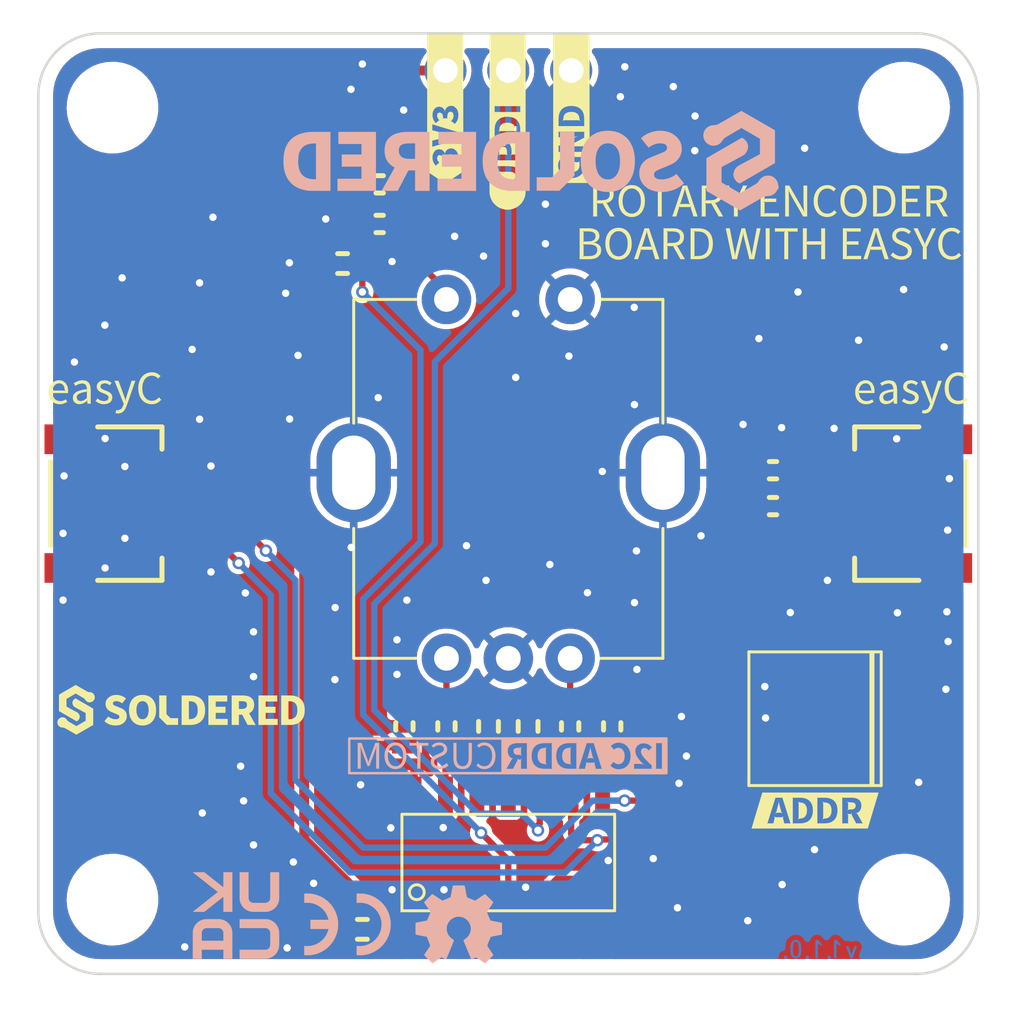
<source format=kicad_pcb>
(kicad_pcb (version 20211014) (generator pcbnew)
  (layers (0 "F.Cu" signal) (31 "B.Cu" signal) (34 "B.Paste" user) (35 "F.Paste" user) (36 "B.SilkS" user "B.Silkscreen") (37 "F.SilkS" user "F.Silkscreen") (38 "B.Mask" user) (39 "F.Mask" user) (44 "Edge.Cuts" user))
  (net 0 "")
  (net 1 "GND")
  (net 2 "A_RC")
  (net 3 "B_RC")
  (net 4 "SW_RC")
  (net 5 "3V3")
  (net 6 "SCL")
  (net 7 "SDA")
  (net 8 "UPDI")
  (net 9 "ADD1")
  (net 10 "ADD2")
  (net 11 "ADD3")
  (net 12 "Net-(R5-Pad1)")
  (net 16 "Net-(R2-Pad1)")
  (net 17 "Net-(R1-Pad1)")
  (footprint "e-radionica.com footprinti:SOIC-14" (layer "F.Cu") (at 167 114.5 90)
    (fp_text reference "U2")
    (fp_text value "ATTINY404-SSNR")
    (pad "1" smd rect (at -2.7 -3.81 90) (size 1.55 0.6) (layers "F.Cu" "F.Paste" "F.Mask") (net 5 "3V3"))
    (pad "2" smd rect (at -2.7 -2.54 90) (size 1.55 0.6) (layers "F.Cu" "F.Paste" "F.Mask"))
    (pad "3" smd rect (at -2.7 -1.27 90) (size 1.55 0.6) (layers "F.Cu" "F.Paste" "F.Mask"))
    (pad "4" smd rect (at -2.7 0 90) (size 1.55 0.6) (layers "F.Cu" "F.Paste" "F.Mask") (net 4 "SW_RC"))
    (pad "5" smd rect (at -2.7 1.27 90) (size 1.55 0.6) (layers "F.Cu" "F.Paste" "F.Mask") (net 11 "ADD3"))
    (pad "6" smd rect (at -2.7 2.54 90) (size 1.55 0.6) (layers "F.Cu" "F.Paste" "F.Mask") (net 10 "ADD2"))
    (pad "7" smd rect (at -2.7 3.81 90) (size 1.55 0.6) (layers "F.Cu" "F.Paste" "F.Mask") (net 9 "ADD1"))
    (pad "8" smd rect (at 2.7 3.81 90) (size 1.55 0.6) (layers "F.Cu" "F.Paste" "F.Mask") (net 7 "SDA"))
    (pad "9" smd rect (at 2.7 2.54 90) (size 1.55 0.6) (layers "F.Cu" "F.Paste" "F.Mask") (net 6 "SCL"))
    (pad "10" smd rect (at 2.7 1.27 90) (size 1.55 0.6) (layers "F.Cu" "F.Paste" "F.Mask") (net 8 "UPDI"))
    (pad "11" smd rect (at 2.7 0 90) (size 1.55 0.6) (layers "F.Cu" "F.Paste" "F.Mask"))
    (pad "12" smd rect (at 2.7 -1.27 90) (size 1.55 0.6) (layers "F.Cu" "F.Paste" "F.Mask") (net 3 "B_RC"))
    (pad "13" smd rect (at 2.7 -2.54 90) (size 1.55 0.6) (layers "F.Cu" "F.Paste" "F.Mask") (net 2 "A_RC"))
    (pad "14" smd rect (at 2.7 -3.81 90) (size 1.55 0.6) (layers "F.Cu" "F.Paste" "F.Mask") (net 1 "GND"))
  )
  (footprint "Soldered Graphics:Logo-Front-SolderedFULL-10mm" (layer "F.Cu") (at 153.77 108.33)
    (fp_text reference "G***" hide)
    (fp_text value "LOGO" hide)
  )
  (footprint "e-radionica.com footprinti:0603C" (layer "F.Cu") (at 161.1 117.2 180)
    (fp_text reference "C4")
    (fp_text value "100n")
    (pad "1" smd rect locked (at -0.73 0 180) (size 0.66 1) (layers "F.Cu" "F.Paste" "F.Mask") (net 5 "3V3"))
    (pad "2" smd rect locked (at 0.73 0 180) (size 0.66 1) (layers "F.Cu" "F.Paste" "F.Mask") (net 1 "GND"))
  )
  (footprint "e-radionica.com footprinti:0603R" (layer "F.Cu") (at 171.2 109 -90)
    (fp_text reference "R3")
    (fp_text value "1k")
    (pad "1" smd rect locked (at -0.775 0) (size 1 0.64) (layers "F.Cu" "F.Paste" "F.Mask") (net 16 "Net-(R2-Pad1)"))
    (pad "2" smd rect locked (at 0.775 0) (size 1 0.64) (layers "F.Cu" "F.Paste" "F.Mask") (net 5 "3V3"))
  )
  (footprint "e-radionica.com footprinti:easyC-connector" (layer "F.Cu") (at 151.3 100 90)
    (fp_text reference "K3")
    (fp_text value "easyC-SMD")
    (pad "1" smd rect locked (at -1.5 2.15 90) (size 0.6 1.55) (layers "F.Cu" "F.Paste" "F.Mask") (net 6 "SCL"))
    (pad "2" smd rect locked (at -0.5 2.15 90) (size 0.6 1.55) (layers "F.Cu" "F.Paste" "F.Mask") (net 7 "SDA"))
    (pad "3" smd rect locked (at 0.5 2.15 90) (size 0.6 1.55) (layers "F.Cu" "F.Paste" "F.Mask") (net 5 "3V3"))
    (pad "4" smd rect locked (at 1.5 2.15 90) (size 0.6 1.55) (layers "F.Cu" "F.Paste" "F.Mask") (net 1 "GND"))
    (pad "5" smd rect locked (at 2.6 -2.15 90) (size 1.2 1.8) (layers "F.Cu" "F.Paste" "F.Mask") (net 1 "GND"))
    (pad "5" smd rect locked (at -2.6 -2.15 90) (size 1.2 1.8) (layers "F.Cu" "F.Paste" "F.Mask") (net 1 "GND"))
  )
  (footprint "e-radionica.com footprinti:0603R" (layer "F.Cu") (at 161.8 88.7)
    (fp_text reference "R6")
    (fp_text value "10k")
    (pad "1" smd rect locked (at -0.775 0 90) (size 1 0.64) (layers "F.Cu" "F.Paste" "F.Mask") (net 4 "SW_RC"))
    (pad "2" smd rect locked (at 0.775 0 90) (size 1 0.64) (layers "F.Cu" "F.Paste" "F.Mask") (net 12 "Net-(R5-Pad1)"))
  )
  (footprint "e-radionica.com footprinti:0603R" (layer "F.Cu") (at 164.5 109 -90)
    (fp_text reference "R1")
    (fp_text value "470")
    (pad "1" smd rect locked (at -0.775 0) (size 1 0.64) (layers "F.Cu" "F.Paste" "F.Mask") (net 17 "Net-(R1-Pad1)"))
    (pad "2" smd rect locked (at 0.775 0) (size 1 0.64) (layers "F.Cu" "F.Paste" "F.Mask") (net 2 "A_RC"))
  )
  (footprint "kibuzzard-644636FB" (layer "F.Cu") (at 166.97 84.54 90)
    (fp_text reference "kibuzzard-644636FB" hide)
    (fp_text value "G***" hide)
  )
  (footprint "kibuzzard-644636D9" (layer "F.Cu") (at 169.55 84 90)
    (fp_text reference "kibuzzard-644636D9" hide)
    (fp_text value "G***" hide)
  )
  (footprint "Soldered Graphics:Logo-Back-UKCA-3.5mm" (layer "F.Cu") (at 155.99 116.64)
    (fp_text reference "REF**" hide)
    (fp_text value "Logo-Back-UKCA-3.5mm" hide)
  )
  (footprint "Soldered Graphics:Logo-Front-easyC-NewFont" (layer "F.Cu") (at 183.3 95.5)
    (fp_text reference "G***" hide)
    (fp_text value "LOGO" hide)
  )
  (footprint "Soldered Graphics:Logo-Back-CE-3.5mm" (layer "F.Cu") (at 160.5 117)
    (fp_text reference "REF**" hide)
    (fp_text value "Logo-Back-CE-3.5mm" hide)
  )
  (footprint "kibuzzard-644635E1" (layer "F.Cu") (at 179.4 112.4)
    (fp_text reference "kibuzzard-644635E1" hide)
    (fp_text value "G***" hide)
  )
  (footprint "e-radionica.com footprinti:DSHP03TS-S" (layer "F.Cu") (at 179.4 108.69 180)
    (fp_text reference "K4")
    (fp_text value "DSHP03TS-S")
    (pad "1" smd rect (at -3.81 -1.27 270) (size 0.76 1.27) (layers "F.Cu" "F.Paste" "F.Mask") (net 9 "ADD1"))
    (pad "2" smd rect (at 3.81 -1.27 270) (size 0.76 1.27) (layers "F.Cu" "F.Paste" "F.Mask") (net 1 "GND"))
    (pad "3" smd rect (at -3.81 0 270) (size 0.76 1.27) (layers "F.Cu" "F.Paste" "F.Mask") (net 10 "ADD2"))
    (pad "4" smd rect (at 3.81 0 270) (size 0.76 1.27) (layers "F.Cu" "F.Paste" "F.Mask") (net 1 "GND"))
    (pad "5" smd rect (at -3.81 1.27 270) (size 0.76 1.27) (layers "F.Cu" "F.Paste" "F.Mask") (net 11 "ADD3"))
    (pad "6" smd rect (at 3.81 1.27 270) (size 0.76 1.27) (layers "F.Cu" "F.Paste" "F.Mask") (net 1 "GND"))
  )
  (footprint "e-radionica.com footprinti:0603C" (layer "F.Cu") (at 167.8 109 -90)
    (fp_text reference "C2")
    (fp_text value "100n")
    (pad "1" smd rect locked (at -0.73 0 270) (size 0.66 1) (layers "F.Cu" "F.Paste" "F.Mask") (net 1 "GND"))
    (pad "2" smd rect locked (at 0.73 0 270) (size 0.66 1) (layers "F.Cu" "F.Paste" "F.Mask") (net 3 "B_RC"))
  )
  (footprint "Soldered Graphics:Logo-Back-OSH-3.5mm" (layer "F.Cu") (at 165 117)
    (fp_text reference "G***" hide)
    (fp_text value "LOGO" hide)
  )
  (footprint "Soldered Graphics:Logo-Back-SolderedFULL-20mm" (layer "F.Cu") (at 167.91 86.14)
    (fp_text reference "REF**" hide)
    (fp_text value "Logo-Front-SolderedFULL-20mm" hide)
  )
  (footprint "e-radionica.com footprinti:easyC-connector" (layer "F.Cu") (at 182.7 100 -90)
    (fp_text reference "K1")
    (fp_text value "easyC-SMD")
    (pad "1" smd rect locked (at -1.5 2.15 270) (size 0.6 1.55) (layers "F.Cu" "F.Paste" "F.Mask") (net 6 "SCL"))
    (pad "2" smd rect locked (at -0.5 2.15 270) (size 0.6 1.55) (layers "F.Cu" "F.Paste" "F.Mask") (net 7 "SDA"))
    (pad "3" smd rect locked (at 0.5 2.15 270) (size 0.6 1.55) (layers "F.Cu" "F.Paste" "F.Mask") (net 5 "3V3"))
    (pad "4" smd rect locked (at 1.5 2.15 270) (size 0.6 1.55) (layers "F.Cu" "F.Paste" "F.Mask") (net 1 "GND"))
    (pad "5" smd rect locked (at -2.6 -2.15 270) (size 1.2 1.8) (layers "F.Cu" "F.Paste" "F.Mask") (net 1 "GND"))
    (pad "5" smd rect locked (at 2.6 -2.15 270) (size 1.2 1.8) (layers "F.Cu" "F.Paste" "F.Mask") (net 1 "GND"))
  )
  (footprint "e-radionica.com footprinti:FIDUCIAL_23" (layer "F.Cu") (at 167.2 97.6)
    (fp_text reference "FD1")
    (fp_text value "FIDUCIAL")
    (fp_circle (center 0 0) (end 1 0) (layer "F.Cu") (width 0.2) (fill none))
    (pad "1" smd circle (at 0 0) (size 1 1) (layers "F.Cu" "F.Paste" "F.Mask") (clearance 1.1))
  )
  (footprint "e-radionica.com footprinti:ROTARY_ENCODER" (layer "F.Cu") (at 167 100)
    (fp_text reference "U1")
    (fp_text value "ROTARY_ENCODER")
    (pad "1" thru_hole circle (at -2.5 6.25) (size 2 2) (drill 1) (layers *.Cu *.Mask) (net 17 "Net-(R1-Pad1)"))
    (pad "2" thru_hole circle (at 0 6.25) (size 2 2) (drill 1) (layers *.Cu *.Mask) (net 1 "GND"))
    (pad "3" thru_hole circle (at 2.5 6.25) (size 2 2) (drill 1) (layers *.Cu *.Mask) (net 16 "Net-(R2-Pad1)"))
    (pad "4" thru_hole circle (at 2.5 -8.25) (size 2 2) (drill 1) (layers *.Cu *.Mask) (net 1 "GND"))
    (pad "5" thru_hole circle (at -2.5 -8.25) (size 2 2) (drill 1) (layers *.Cu *.Mask) (net 12 "Net-(R5-Pad1)"))
    (pad "6" thru_hole oval (at -6.25 -1.25) (size 3 4) (drill oval 1.75 3) (layers *.Cu *.Mask) (net 1 "GND"))
    (pad "6" thru_hole oval (at 6.25 -1.25) (size 3 4) (drill oval 1.75 3) (layers *.Cu *.Mask) (net 1 "GND"))
  )
  (footprint "e-radionica.com footprinti:0603R" (layer "F.Cu") (at 169.5 109 -90)
    (fp_text reference "R2")
    (fp_text value "470")
    (pad "1" smd rect locked (at -0.775 0) (size 1 0.64) (layers "F.Cu" "F.Paste" "F.Mask") (net 16 "Net-(R2-Pad1)"))
    (pad "2" smd rect locked (at 0.775 0) (size 1 0.64) (layers "F.Cu" "F.Paste" "F.Mask") (net 3 "B_RC"))
  )
  (footprint "e-radionica.com footprinti:0603R" (layer "F.Cu") (at 177.7 98.65 180)
    (fp_text reference "R8")
    (fp_text value "10k")
    (pad "1" smd rect locked (at -0.775 0 270) (size 1 0.64) (layers "F.Cu" "F.Paste" "F.Mask") (net 6 "SCL"))
    (pad "2" smd rect locked (at 0.775 0 270) (size 1 0.64) (layers "F.Cu" "F.Paste" "F.Mask") (net 5 "3V3"))
  )
  (footprint "e-radionica.com footprinti:0603R" (layer "F.Cu") (at 162.8 109 -90)
    (fp_text reference "R4")
    (fp_text value "1k")
    (pad "1" smd rect locked (at -0.775 0) (size 1 0.64) (layers "F.Cu" "F.Paste" "F.Mask") (net 17 "Net-(R1-Pad1)"))
    (pad "2" smd rect locked (at 0.775 0) (size 1 0.64) (layers "F.Cu" "F.Paste" "F.Mask") (net 5 "3V3"))
  )
  (footprint "e-radionica.com footprinti:0603C" (layer "F.Cu") (at 166.2 109 -90)
    (fp_text reference "C1")
    (fp_text value "100n")
    (pad "1" smd rect locked (at -0.73 0 270) (size 0.66 1) (layers "F.Cu" "F.Paste" "F.Mask") (net 1 "GND"))
    (pad "2" smd rect locked (at 0.73 0 270) (size 0.66 1) (layers "F.Cu" "F.Paste" "F.Mask") (net 2 "A_RC"))
  )
  (footprint "e-radionica.com footprinti:0603R" (layer "F.Cu") (at 177.7 100.1 180)
    (fp_text reference "R7")
    (fp_text value "10k")
    (pad "1" smd rect locked (at -0.775 0 270) (size 1 0.64) (layers "F.Cu" "F.Paste" "F.Mask") (net 7 "SDA"))
    (pad "2" smd rect locked (at 0.775 0 270) (size 1 0.64) (layers "F.Cu" "F.Paste" "F.Mask") (net 5 "3V3"))
  )
  (footprint "kibuzzard-6446370D" (layer "F.Cu") (at 164.45 84.01 90)
    (fp_text reference "kibuzzard-6446370D" hide)
    (fp_text value "G***" hide)
  )
  (footprint "e-radionica.com footprinti:0603R" (layer "F.Cu") (at 161.8 87.1 180)
    (fp_text reference "R5")
    (fp_text value "10k")
    (pad "1" smd rect locked (at -0.775 0 270) (size 1 0.64) (layers "F.Cu" "F.Paste" "F.Mask") (net 12 "Net-(R5-Pad1)"))
    (pad "2" smd rect locked (at 0.775 0 270) (size 1 0.64) (layers "F.Cu" "F.Paste" "F.Mask") (net 5 "3V3"))
  )
  (footprint "kibuzzard-64463666" (layer "F.Cu") (at 177.6 89.5)
    (fp_text reference "kibuzzard-64463666" hide)
    (fp_text value "G***" hide)
  )
  (footprint "e-radionica.com footprinti:HOLE_3.2mm" (layer "F.Cu") (at 151 84)
    (fp_text reference "H3" hide)
    (fp_text value "HOLE_3.2mm" hide)
    (pad "" np_thru_hole circle locked (at 0 0) (size 3.2 3.2) (drill 3.2) (layers F&B.Cu *.Mask))
  )
  (footprint "e-radionica.com footprinti:HOLE_3.2mm" (layer "F.Cu") (at 151 116)
    (fp_text reference "H4" hide)
    (fp_text value "HOLE_3.2mm" hide)
    (pad "" np_thru_hole circle locked (at 0 0) (size 3.2 3.2) (drill 3.2) (layers F&B.Cu *.Mask))
  )
  (footprint "Soldered Graphics:Logo-Front-easyC-NewFont" (layer "F.Cu") (at 150.7 95.5)
    (fp_text reference "G***" hide)
    (fp_text value "LOGO" hide)
  )
  (footprint "e-radionica.com footprinti:HOLE_3.2mm" (layer "F.Cu") (at 183 84)
    (fp_text reference "H2" hide)
    (fp_text value "HOLE_3.2mm" hide)
    (pad "" np_thru_hole circle locked (at 0 0) (size 3.2 3.2) (drill 3.2) (layers F&B.Cu *.Mask))
  )
  (footprint "e-radionica.com footprinti:0603C" (layer "F.Cu") (at 160.3 90.3)
    (fp_text reference "C3")
    (fp_text value "100n")
    (pad "1" smd rect locked (at -0.73 0) (size 0.66 1) (layers "F.Cu" "F.Paste" "F.Mask") (net 1 "GND"))
    (pad "2" smd rect locked (at 0.73 0) (size 0.66 1) (layers "F.Cu" "F.Paste" "F.Mask") (net 4 "SW_RC"))
  )
  (footprint "e-radionica.com footprinti:HOLE_3.2mm" (layer "F.Cu") (at 183 116)
    (fp_text reference "H1" hide)
    (fp_text value "HOLE_3.2mm" hide)
    (pad "" np_thru_hole circle locked (at 0 0) (size 3.2 3.2) (drill 3.2) (layers F&B.Cu *.Mask))
  )
  (footprint "e-radionica.com footprinti:HEADER-UPDI" (layer "F.Cu") (at 167 82.5)
    (fp_text reference "K2")
    (fp_text value "HEADER-UPDI")
    (pad "1" thru_hole circle locked (at -2.54 0) (size 1.7 1.7) (drill 1) (layers *.Cu *.Mask) (net 5 "3V3"))
    (pad "2" thru_hole circle locked (at 0 0) (size 1.7 1.7) (drill 1) (layers *.Cu *.Mask) (net 8 "UPDI"))
    (pad "3" thru_hole circle locked (at 2.54 0) (size 1.7 1.7) (drill 1) (layers *.Cu *.Mask) (net 1 "GND"))
  )
  (footprint "kibuzzard-64664682" (layer "F.Cu") (at 177.6 87.775)
    (fp_text reference "kibuzzard-64664682" hide)
    (fp_text value "G***" hide)
  )
  (footprint "Soldered Graphics:Symbol-Front_I2C_ADDR_CUSTOM-NewFont" (layer "B.Cu") (at 166.98 110.19 180)
    (fp_text reference "REF**" hide)
    (fp_text value "Symbol-Front_I2C_ADDR_CUSTOM" hide)
  )
  (footprint "Soldered Graphics:Version1.1.0" (layer "B.Cu") (at 179.57 118.01 180)
    (fp_text reference "Ref**" hide)
    (fp_text value "Val**" hide)
    (fp_poly (pts (xy 0.08 -0.35) (xy 0.13 -0.35) (xy 0.15 -0.31) (xy 0.15 0.35) (xy 0.11 0.38) (xy 0.06 0.38) (xy 0.02 0.34) (xy -0.09 0.22) (xy -0.11 0.17) (xy -0.08 0.16) (xy 0.02 0.22) (xy 0.06 0.23) (xy 0.06 -0.31) (xy 0.08 -0.35)) (layer "B.Cu") (width 0.01) (fill solid))
    (fp_poly (pts (xy -1.33 -0.35) (xy -1.27 -0.35) (xy -1.25 -0.31) (xy -1.09 0.1) (xy -1.11 0.13) (xy -1.16 0.13) (xy -1.19 0.1) (xy -1.28 -0.16) (xy -1.3 -0.21) (xy -1.32 -0.17) (xy -1.41 0.09) (xy -1.44 0.13) (xy -1.49 0.13) (xy -1.51 0.1) (xy -1.36 -0.31) (xy -1.33 -0.35)) (layer "B.Cu") (width 0.01) (fill solid))
    (fp_poly (pts (xy 0.43 -0.38) (xy 0.48 -0.38) (xy 0.54 -0.37) (xy 0.54 -0.33) (xy 0.54 -0.27) (xy 0.5 -0.26) (xy 0.45 -0.26) (xy 0.42 -0.29) (xy 0.42 -0.34) (xy 0.43 -0.38)) (layer "B.Cu") (width 0.01) (fill solid))
    (fp_poly (pts (xy -0.67 -0.35) (xy -0.62 -0.35) (xy -0.6 -0.31) (xy -0.6 0.35) (xy -0.64 0.38) (xy -0.69 0.38) (xy -0.73 0.34) (xy -0.84 0.22) (xy -0.86 0.17) (xy -0.83 0.16) (xy -0.73 0.22) (xy -0.69 0.23) (xy -0.69 -0.31) (xy -0.67 -0.35)) (layer "B.Cu") (width 0.01) (fill solid))
    (fp_poly (pts (xy 1.31 -0.38) (xy 1.36 -0.38) (xy 1.41 -0.37) (xy 1.42 -0.33) (xy 1.42 -0.27) (xy 1.38 -0.26) (xy 1.33 -0.26) (xy 1.3 -0.29) (xy 1.3 -0.34) (xy 1.31 -0.38)) (layer "B.Cu") (width 0.01) (fill solid))
    (fp_poly (pts (xy -0.44 -0.38) (xy -0.39 -0.38) (xy -0.34 -0.37) (xy -0.34 -0.33) (xy -0.34 -0.27) (xy -0.38 -0.26) (xy -0.43 -0.26) (xy -0.46 -0.29) (xy -0.46 -0.34) (xy -0.44 -0.38)) (layer "B.Cu") (width 0.01) (fill solid))
    (fp_poly (pts (xy 0.93 -0.35) (xy 0.99 -0.35) (xy 1.04 -0.33) (xy 1.01 -0.28) (xy 0.91 -0.28) (xy 0.87 -0.25) (xy 0.85 -0.2) (xy 0.83 -0.15) (xy 0.83 -0.11) (xy 0.82 0.01) (xy 0.83 0.13) (xy 0.83 0.17) (xy 0.84 0.22) (xy 0.87 0.27) (xy 0.9 0.3) (xy 1.01 0.3) (xy 1.04 0.26) (xy 1.05 0.21) (xy 1.06 0.15) (xy 1.07 0.05) (xy 1.07 -0.08) (xy 1.06 -0.12) (xy 1.06 -0.17) (xy 1.04 -0.22) (xy 1.02 -0.27) (xy 1.01 -0.28) (xy 1.05 -0.32) (xy 1.09 -0.29) (xy 1.12 -0.26) (xy 1.14 -0.22) (xy 1.15 -0.16) (xy 1.16 -0.11) (xy 1.16 -0.06) (xy 1.16 0.06) (xy 1.16 0.12) (xy 1.15 0.17) (xy 1.14 0.22) (xy 1.13 0.27) (xy 1.1 0.3) (xy 1.06 0.34) (xy 1.01 0.37) (xy 0.95 0.38) (xy 0.9 0.38) (xy 0.84 0.35) (xy 0.8 0.31) (xy 0.78 0.28) (xy 0.75 0.23) (xy 0.74 0.18) (xy 0.74 0.13) (xy 0.73 0.08) (xy 0.73 -0.04) (xy 0.73 -0.1) (xy 0.74 -0.14) (xy 0.75 -0.2) (xy 0.77 -0.25) (xy 0.79 -0.28) (xy 0.83 -0.32) (xy 0.89 -0.35) (xy 0.93 -0.35)) (layer "B.Cu") (width 0.01) (fill solid))
  )
  (gr_arc (start 148 83.5) (mid 148.732233 81.732233) (end 150.5 81) (layer "Edge.Cuts") (width 0.1))
  (gr_line (start 148 116.5) (end 148 83.5) (layer "Edge.Cuts") (width 0.1))
  (gr_line (start 183.5 119) (end 150.5 119) (layer "Edge.Cuts") (width 0.1))
  (gr_arc (start 183.5 81) (mid 185.267767 81.732233) (end 186 83.5) (layer "Edge.Cuts") (width 0.1))
  (gr_line (start 150.5 81) (end 183.5 81) (layer "Edge.Cuts") (width 0.1))
  (gr_line (start 186 83.5) (end 186 116.5) (layer "Edge.Cuts") (width 0.1))
  (gr_arc (start 186 116.5) (mid 185.267767 118.267767) (end 183.5 119) (layer "Edge.Cuts") (width 0.1))
  (gr_arc (start 150.5 119) (mid 148.732233 118.267767) (end 148 116.5) (layer "Edge.Cuts") (width 0.1))
  (via (at 151.39 90.88) (size 0.5) (drill 0.3) (layers "F.Cu" "B.Cu") (net 1))
  (via (at 156.18 110.61) (size 0.5) (drill 0.3) (layers "F.Cu" "B.Cu") (net 1))
  (via (at 166.1 103.1) (size 0.5) (drill 0.3) (layers "F.Cu" "B.Cu") (net 1))
  (via (at 178.71 91.45) (size 0.5) (drill 0.3) (layers "F.Cu" "B.Cu") (net 1))
  (via (at 171.53 83.56) (size 0.5) (drill 0.3) (layers "F.Cu" "B.Cu") (net 1))
  (via (at 162.77 84.1) (size 0.5) (drill 0.3) (layers "F.Cu" "B.Cu") (net 1))
  (via (at 154.52 96.59) (size 0.5) (drill 0.3) (layers "F.Cu" "B.Cu") (net 1))
  (via (at 149.04 98.88) (size 0.5) (drill 0.3) (layers "F.Cu" "B.Cu") (net 1))
  (via (at 156.37 103.61) (size 0.5) (drill 0.3) (layers "F.Cu" "B.Cu") (net 1))
  (via (at 158.31 114.48) (size 0.5) (drill 0.3) (layers "F.Cu" "B.Cu") (net 1))
  (via (at 184.69 107.5) (size 0.5) (drill 0.3) (layers "F.Cu" "B.Cu") (net 1))
  (via (at 164.4 115.6) (size 0.5) (drill 0.3) (layers "F.Cu" "B.Cu") (net 1))
  (via (at 154.22 93.77) (size 0.5) (drill 0.3) (layers "F.Cu" "B.Cu") (net 1))
  (via (at 171.04 114.42) (size 0.5) (drill 0.3) (layers "F.Cu" "B.Cu") (net 1))
  (via (at 160.64 83.26) (size 0.5) (drill 0.3) (layers "F.Cu" "B.Cu") (net 1))
  (via (at 167.3 92.32) (size 0.5) (drill 0.3) (layers "F.Cu" "B.Cu") (net 1))
  (via (at 174.55 84.34) (size 0.5) (drill 0.3) (layers "F.Cu" "B.Cu") (net 1))
  (via (at 160.65 101.77) (size 0.5) (drill 0.3) (layers "F.Cu" "B.Cu") (net 1))
  (via (at 159.13 115.34) (size 0.5) (drill 0.3) (layers "F.Cu" "B.Cu") (net 1))
  (via (at 156.7 105.18) (size 0.5) (drill 0.3) (layers "F.Cu" "B.Cu") (net 1))
  (via (at 184.83 98.99) (size 0.5) (drill 0.3) (layers "F.Cu" "B.Cu") (net 1))
  (via (at 169.45 94.04) (size 0.5) (drill 0.3) (layers "F.Cu" "B.Cu") (net 1))
  (via (at 149 101.2) (size 0.5) (drill 0.3) (layers "F.Cu" "B.Cu") (net 1))
  (via (at 181.16 93.4) (size 0.5) (drill 0.3) (layers "F.Cu" "B.Cu") (net 1))
  (via (at 184.73 104.37) (size 0.5) (drill 0.3) (layers "F.Cu" "B.Cu") (net 1))
  (via (at 154.52 91.08) (size 0.5) (drill 0.3) (layers "F.Cu" "B.Cu") (net 1))
  (via (at 164.83 89.2) (size 0.5) (drill 0.3) (layers "F.Cu" "B.Cu") (net 1))
  (via (at 168.68 102.46) (size 0.5) (drill 0.3) (layers "F.Cu" "B.Cu") (net 1))
  (via (at 178.07 115.39) (size 0.5) (drill 0.3) (layers "F.Cu" "B.Cu") (net 1))
  (via (at 158 91.5) (size 0.5) (drill 0.3) (layers "F.Cu" "B.Cu") (net 1))
  (via (at 184.78 105.57) (size 0.5) (drill 0.3) (layers "F.Cu" "B.Cu") (net 1))
  (via (at 161.1 82.24) (size 0.5) (drill 0.3) (layers "F.Cu" "B.Cu") (net 1))
  (via (at 179.9 103.1) (size 0.5) (drill 0.3) (layers "F.Cu" "B.Cu") (net 1))
  (via (at 156.7 106.99) (size 0.5) (drill 0.3) (layers "F.Cu" "B.Cu") (net 1))
  (via (at 151.5 101.4) (size 0.5) (drill 0.3) (layers "F.Cu" "B.Cu") (net 1))
  (via (at 165.31 101.7) (size 0.5) (drill 0.3) (layers "F.Cu" "B.Cu") (net 1))
  (via (at 150.69 92.79) (size 0.5) (drill 0.3) (layers "F.Cu" "B.Cu") (net 1))
  (via (at 173.84 116.33) (size 0.5) (drill 0.3) (layers "F.Cu" "B.Cu") (net 1))
  (via (at 150.7 102.6) (size 0.5) (drill 0.3) (layers "F.Cu" "B.Cu") (net 1))
  (via (at 176.49 96.8) (size 0.5) (drill 0.3) (layers "F.Cu" "B.Cu") (net 1))
  (via (at 166 90) (size 0.5) (drill 0.3) (layers "F.Cu" "B.Cu") (net 1))
  (via (at 158.16 96.58) (size 0.5) (drill 0.3) (layers "F.Cu" "B.Cu") (net 1))
  (via (at 182.98 91.35) (size 0.5) (drill 0.3) (layers "F.Cu" "B.Cu") (net 1))
  (via (at 180.17 96.96) (size 0.5) (drill 0.3) (layers "F.Cu" "B.Cu") (net 1))
  (via (at 179.38 113.98) (size 0.5) (drill 0.3) (layers "F.Cu" "B.Cu") (net 1))
  (via (at 160 104.2) (size 0.5) (drill 0.3) (layers "F.Cu" "B.Cu") (net 1))
  (via (at 172.86 114.34) (size 0.5) (drill 0.3) (layers "F.Cu" "B.Cu") (net 1))
  (via (at 150.7 97.37) (size 0.5) (drill 0.3) (layers "F.Cu" "B.Cu") (net 1))
  (via (at 170.8 98.7) (size 0.5) (drill 0.3) (layers "F.Cu" "B.Cu") (net 1))
  (via (at 154.98 102.76) (size 0.5) (drill 0.3) (layers "F.Cu" "B.Cu") (net 1))
  (via (at 172.1 104) (size 0.5) (drill 0.3) (layers "F.Cu" "B.Cu") (net 1))
  (via (at 178.4 104.4) (size 0.5) (drill 0.3) (layers "F.Cu" "B.Cu") (net 1))
  (via (at 182.73 104.41) (size 0.5) (drill 0.3) (layers "F.Cu" "B.Cu") (net 1))
  (via (at 154.98 98.48) (size 0.5) (drill 0.3) (layers "F.Cu" "B.Cu") (net 1))
  (via (at 162.5 105.5) (size 0.5) (drill 0.3) (layers "F.Cu" "B.Cu") (net 1))
  (via (at 184.62 93.67) (size 0.5) (drill 0.3) (layers "F.Cu" "B.Cu") (net 1))
  (via (at 167.3 94.9) (size 0.5) (drill 0.3) (layers "F.Cu" "B.Cu") (net 1))
  (via (at 158.06 117.95) (size 0.5) (drill 0.3) (layers "F.Cu" "B.Cu") (net 1))
  (via (at 182.7 97.38) (size 0.5) (drill 0.3) (layers "F.Cu" "B.Cu") (net 1))
  (via (at 183.59 111.26) (size 0.5) (drill 0.3) (layers "F.Cu" "B.Cu") (net 1))
  (via (at 177.37 107.39) (size 0.5) (drill 0.3) (layers "F.Cu" "B.Cu") (net 1))
  (via (at 153.92 117.91) (size 0.5) (drill 0.3) (layers "F.Cu" "B.Cu") (net 1))
  (via (at 151.5 98.5) (size 0.5) (drill 0.3) (layers "F.Cu" "B.Cu") (net 1))
  (via (at 156.7 113.79) (size 0.5) (drill 0.3) (layers "F.Cu" "B.Cu") (net 1))
  (via (at 154.63 112.5) (size 0.5) (drill 0.3) (layers "F.Cu" "B.Cu") (net 1))
  (via (at 167.7 115.5) (size 0.5) (drill 0.3) (layers "F.Cu" "B.Cu") (net 1))
  (via (at 170.2 103.6) (size 0.5) (drill 0.3) (layers "F.Cu" "B.Cu") (net 1))
  (via (at 172.18 101.91) (size 0.5) (drill 0.3) (layers "F.Cu" "B.Cu") (net 1))
  (via (at 168.5 89.5) (size 0.5) (drill 0.3) (layers "F.Cu" "B.Cu") (net 1))
  (via (at 174 108.6) (size 0.5) (drill 0.3) (layers "F.Cu" "B.Cu") (net 1))
  (via (at 178.98 85.64) (size 0.5) (drill 0.3) (layers "F.Cu" "B.Cu") (net 1))
  (via (at 172.09 92.07) (size 0.5) (drill 0.3) (layers "F.Cu" "B.Cu") (net 1))
  (via (at 156.3 112.01) (size 0.5) (drill 0.3) (layers "F.Cu" "B.Cu") (net 1))
  (via (at 174.54 85.74) (size 0.5) (drill 0.3) (layers "F.Cu" "B.Cu") (net 1))
  (via (at 168.5 87.9) (size 0.5) (drill 0.3) (layers "F.Cu" "B.Cu") (net 1))
  (via (at 173.9 111.3) (size 0.5) (drill 0.3) (layers "F.Cu" "B.Cu") (net 1))
  (via (at 162.3 115.6) (size 0.5) (drill 0.3) (layers "F.Cu" "B.Cu") (net 1))
  (via (at 162.25 113.1) (size 0.5) (drill 0.3) (layers "F.Cu" "B.Cu") (net 1))
  (via (at 184.76 101.07) (size 0.5) (drill 0.3) (layers "F.Cu" "B.Cu") (net 1))
  (via (at 149 103.9) (size 0.5) (drill 0.3) (layers "F.Cu" "B.Cu") (net 1))
  (via (at 178.05 96.93) (size 0.5) (drill 0.3) (layers "F.Cu" "B.Cu") (net 1))
  (via (at 177.13 93.33) (size 0.5) (drill 0.3) (layers "F.Cu" "B.Cu") (net 1))
  (via (at 158.5 94.01) (size 0.5) (drill 0.3) (layers "F.Cu" "B.Cu") (net 1))
  (via (at 177.4 108.66) (size 0.5) (drill 0.3) (layers "F.Cu" "B.Cu") (net 1))
  (via (at 172.1 96) (size 0.5) (drill 0.3) (layers "F.Cu" "B.Cu") (net 1))
  (via (at 161.03 111.36) (size 0.5) (drill 0.3) (layers "F.Cu" "B.Cu") (net 1))
  (via (at 162.5 106.9) (size 0.5) (drill 0.3) (layers "F.Cu" "B.Cu") (net 1))
  (via (at 173.67 83.15) (size 0.5) (drill 0.3) (layers "F.Cu" "B.Cu") (net 1))
  (via (at 162.9 103.9) (size 0.5) (drill 0.3) (layers "F.Cu" "B.Cu") (net 1))
  (via (at 176.68 116.85) (size 0.5) (drill 0.3) (layers "F.Cu" "B.Cu") (net 1))
  (via (at 174.2 110.2) (size 0.5) (drill 0.3) (layers "F.Cu" "B.Cu") (net 1))
  (via (at 158.15 90.27) (size 0.5) (drill 0.3) (layers "F.Cu" "B.Cu") (net 1))
  (via (at 155.06 88.43) (size 0.5) (drill 0.3) (layers "F.Cu" "B.Cu") (net 1))
  (via (at 174.79 101.3) (size 0.5) (drill 0.3) (layers "F.Cu" "B.Cu") (net 1))
  (via (at 149.46 94.28) (size 0.5) (drill 0.3) (layers "F.Cu" "B.Cu") (net 1))
  (via (at 159.99 107.11) (size 0.5) (drill 0.3) (layers "F.Cu" "B.Cu") (net 1))
  (via (at 171.71 82.35) (size 0.5) (drill 0.3) (layers "F.Cu" "B.Cu") (net 1))
  (via (at 162.3 90.22) (size 0.5) (drill 0.3) (layers "F.Cu" "B.Cu") (net 1))
  (via (at 159.62 88.5) (size 0.5) (drill 0.3) (layers "F.Cu" "B.Cu") (net 1))
  (via (at 164.37 113.09) (size 0.5) (drill 0.3) (layers "F.Cu" "B.Cu") (net 1))
  (via (at 172.2 106.7) (size 0.5) (drill 0.3) (layers "F.Cu" "B.Cu") (net 1))
  (via (at 161.74 95.72) (size 0.5) (drill 0.3) (layers "F.Cu" "B.Cu") (net 1))
  (segment (start 164.46 109.815) (end 164.5 109.775) (width 0.254) (layer "F.Cu") (net 2))
  (segment (start 166.155 109.775) (end 166.2 109.73) (width 0.254) (layer "F.Cu") (net 2))
  (segment (start 164.46 111.8) (end 164.46 109.815) (width 0.254) (layer "F.Cu") (net 2))
  (segment (start 164.5 109.775) (end 166.155 109.775) (width 0.254) (layer "F.Cu") (net 2))
  (segment (start 165.73 111.07) (end 166.2 110.6) (width 0.254) (layer "F.Cu") (net 3))
  (segment (start 165.73 111.8) (end 165.73 111.07) (width 0.254) (layer "F.Cu") (net 3))
  (segment (start 166.2 110.6) (end 167.3 110.6) (width 0.254) (layer "F.Cu") (net 3))
  (segment (start 169.455 109.73) (end 169.5 109.775) (width 0.254) (layer "F.Cu") (net 3))
  (segment (start 167.3 110.6) (end 167.8 110.1) (width 0.254) (layer "F.Cu") (net 3))
  (segment (start 167.8 109.73) (end 169.455 109.73) (width 0.254) (layer "F.Cu") (net 3))
  (segment (start 167.8 110.1) (end 167.8 109.73) (width 0.254) (layer "F.Cu") (net 3))
  (segment (start 161.025 88.7) (end 161.025 90.295) (width 0.254) (layer "F.Cu") (net 4))
  (segment (start 167 114.4) (end 167 117.2) (width 0.254) (layer "F.Cu") (net 4))
  (segment (start 165.9 113.3) (end 167 114.4) (width 0.254) (layer "F.Cu") (net 4))
  (segment (start 161.025 90.295) (end 161.03 90.3) (width 0.254) (layer "F.Cu") (net 4))
  (segment (start 161.1 91.45) (end 161.1 90.37) (width 0.254) (layer "F.Cu") (net 4))
  (segment (start 161.1 90.37) (end 161.03 90.3) (width 0.254) (layer "F.Cu") (net 4))
  (via (at 165.9 113.3) (size 0.5) (drill 0.3) (layers "F.Cu" "B.Cu") (net 4))
  (via (at 161.1 91.45) (size 0.5) (drill 0.3) (layers "F.Cu" "B.Cu") (net 4))
  (segment (start 163.45 101.54) (end 163.45 93.8) (width 0.254) (layer "B.Cu") (net 4))
  (segment (start 165.9 113.3) (end 161.13 108.53) (width 0.254) (layer "B.Cu") (net 4))
  (segment (start 161.13 108.53) (end 161.13 103.86) (width 0.254) (layer "B.Cu") (net 4))
  (segment (start 163.45 93.8) (end 161.1 91.45) (width 0.254) (layer "B.Cu") (net 4))
  (segment (start 161.13 103.86) (end 163.45 101.54) (width 0.254) (layer "B.Cu") (net 4))
  (segment (start 165.8 85.15) (end 164.46 83.81) (width 0.4) (layer "F.Cu") (net 5))
  (segment (start 153.45 99.5) (end 156.5 99.5) (width 0.4) (layer "F.Cu") (net 5))
  (segment (start 161.025 84.475) (end 163 82.5) (width 0.4) (layer "F.Cu") (net 5))
  (segment (start 158.75 101.55) (end 158.75 109.3) (width 0.4) (layer "F.Cu") (net 5))
  (segment (start 177.7 101.4) (end 176.925 100.625) (width 0.4) (layer "F.Cu") (net 5))
  (segment (start 155.9 98.7) (end 155.9 90.2) (width 0.4) (layer "F.Cu") (net 5))
  (segment (start 155.9 90.2) (end 159 87.1) (width 0.4) (layer "F.Cu") (net 5))
  (segment (start 159.225 109.775) (end 162.8 109.775) (width 0.4) (layer "F.Cu") (net 5))
  (segment (start 178.7 101.4) (end 177.7 101.4) (width 0.4) (layer "F.Cu") (net 5))
  (segment (start 156.5 99.5) (end 156.7 99.5) (width 0.4) (layer "F.Cu") (net 5))
  (segment (start 159 87.1) (end 161.025 87.1) (width 0.4) (layer "F.Cu") (net 5))
  (segment (start 156.7 99.5) (end 158.75 101.55) (width 0.4) (layer "F.Cu") (net 5))
  (segment (start 170.8 85.15) (end 165.8 85.15) (width 0.4) (layer "F.Cu") (net 5))
  (segment (start 179.6 100.5) (end 178.7 101.4) (width 0.4) (layer "F.Cu") (net 5))
  (segment (start 164.46 83.81) (end 164.46 82.5) (width 0.4) (layer "F.Cu") (net 5))
  (segment (start 158.75 113.55) (end 161.83 116.63) (width 0.4) (layer "F.Cu") (net 5))
  (segment (start 156.75 99.55) (end 155.9 98.7) (width 0.4) (layer "F.Cu") (net 5))
  (segment (start 161.83 116.63) (end 161.83 117.2) (width 0.4) (layer "F.Cu") (net 5))
  (segment (start 180.55 100.5) (end 179.6 100.5) (width 0.4) (layer "F.Cu") (net 5))
  (segment (start 158.75 109.3) (end 159.225 109.775) (width 0.4) (layer "F.Cu") (net 5))
  (segment (start 161.83 117.2) (end 163.19 117.2) (width 0.4) (layer "F.Cu") (net 5))
  (segment (start 171.725 109.775) (end 173 108.5) (width 0.4) (layer "F.Cu") (net 5))
  (segment (start 176.825 100.1) (end 176.15 100.1) (width 0.4) (layer "F.Cu") (net 5))
  (segment (start 176.925 103.7625) (end 176.925 100.1) (width 0.4) (layer "F.Cu") (net 5))
  (segment (start 161.025 87.1) (end 161.025 84.475) (width 0.4) (layer "F.Cu") (net 5))
  (segment (start 175.7 90.05) (end 170.8 85.15) (width 0.4) (layer "F.Cu") (net 5))
  (segment (start 173 107.6875) (end 176.925 103.7625) (width 0.4) (layer "F.Cu") (net 5))
  (segment (start 175.7 99.65) (end 175.7 90.05) (width 0.4) (layer "F.Cu") (net 5))
  (segment (start 171.2 109.775) (end 171.725 109.775) (width 0.4) (layer "F.Cu") (net 5))
  (segment (start 163 82.5) (end 164.46 82.5) (width 0.4) (layer "F.Cu") (net 5))
  (segment (start 176.15 100.1) (end 175.7 99.65) (width 0.4) (layer "F.Cu") (net 5))
  (segment (start 158.75 109.3) (end 158.75 113.55) (width 0.4) (layer "F.Cu") (net 5))
  (segment (start 173 108.5) (end 173 107.6875) (width 0.4) (layer "F.Cu") (net 5))
  (segment (start 176.925 98.65) (end 176.925 100) (width 0.4) (layer "F.Cu") (net 5))
  (segment (start 182.65 98.5) (end 180.55 98.5) (width 0.254) (layer "F.Cu") (net 6))
  (segment (start 169.8 113.6) (end 170.6 113.6) (width 0.254) (layer "F.Cu") (net 6))
  (segment (start 175.8 113.57) (end 180.977854 108.392146) (width 0.254) (layer "F.Cu") (net 6))
  (segment (start 169.54 113.34) (end 169.8 113.6) (width 0.254) (layer "F.Cu") (net 6))
  (segment (start 156.1 102.4) (end 155.2 101.5) (width 0.254) (layer "F.Cu") (net 6))
  (segment (start 155.2 101.5) (end 153.45 101.5) (width 0.254) (layer "F.Cu") (net 6))
  (segment (start 170.63 113.57) (end 175.8 113.57) (width 0.254) (layer "F.Cu") (net 6))
  (segment (start 169.54 111.8) (end 169.54 113.34) (width 0.254) (layer "F.Cu") (net 6))
  (segment (start 170.6 113.6) (end 170.63 113.57) (width 0.254) (layer "F.Cu") (net 6))
  (segment (start 183.35 102.521374) (end 183.35 99.2) (width 0.254) (layer "F.Cu") (net 6))
  (segment (start 178.475 98.5) (end 180.55 98.5) (width 0.254) (layer "F.Cu") (net 6))
  (segment (start 180.977854 104.89352) (end 183.35 102.521374) (width 0.254) (layer "F.Cu") (net 6))
  (segment (start 183.35 99.2) (end 182.65 98.5) (width 0.254) (layer "F.Cu") (net 6))
  (segment (start 180.977854 108.392146) (end 180.977854 104.89352) (width 0.254) (layer "F.Cu") (net 6))
  (via (at 170.6 113.6) (size 0.5) (drill 0.3) (layers "F.Cu" "B.Cu") (net 6))
  (via (at 156.1 102.4) (size 0.5) (drill 0.3) (layers "F.Cu" "B.Cu") (net 6))
  (segment (start 157.4 111.7) (end 157.4 103.7) (width 0.254) (layer "B.Cu") (net 6))
  (segment (start 157.4 103.7) (end 156.1 102.4) (width 0.254) (layer "B.Cu") (net 6))
  (segment (start 170.6 113.6) (end 169.3 114.9) (width 0.254) (layer "B.Cu") (net 6))
  (segment (start 169.3 114.9) (end 160.6 114.9) (width 0.254) (layer "B.Cu") (net 6))
  (segment (start 160.6 114.9) (end 157.4 111.7) (width 0.254) (layer "B.Cu") (net 6))
  (segment (start 182.75 100.15) (end 182.1 99.5) (width 0.254) (layer "F.Cu") (net 7))
  (segment (start 178.8 100.1) (end 179.4 99.5) (width 0.254) (layer "F.Cu") (net 7))
  (segment (start 180.524334 104.705666) (end 182.75 102.48) (width 0.254) (layer "F.Cu") (net 7))
  (segment (start 182.75 102.48) (end 182.75 100.15) (width 0.254) (layer "F.Cu") (net 7))
  (segment (start 178.375 100.1) (end 178.8 100.1) (width 0.254) (layer "F.Cu") (net 7))
  (segment (start 171.01 112) (end 170.81 111.8) (width 0.254) (layer "F.Cu") (net 7))
  (segment (start 179.4 99.5) (end 180.55 99.5) (width 0.254) (layer "F.Cu") (net 7))
  (segment (start 171.7 112) (end 176.7 112) (width 0.254) (layer "F.Cu") (net 7))
  (segment (start 171.7 112) (end 171.01 112) (width 0.254) (layer "F.Cu") (net 7))
  (segment (start 176.7 112) (end 180.524334 108.175666) (width 0.254) (layer "F.Cu") (net 7))
  (segment (start 157.2 101.9) (end 155.8 100.5) (width 0.254) (layer "F.Cu") (net 7))
  (segment (start 180.524334 108.175666) (end 180.524334 104.705666) (width 0.254) (layer "F.Cu") (net 7))
  (segment (start 182.1 99.5) (end 180.55 99.5) (width 0.254) (layer "F.Cu") (net 7))
  (segment (start 155.8 100.5) (end 153.45 100.5) (width 0.254) (layer "F.Cu") (net 7))
  (via (at 171.7 112) (size 0.5) (drill 0.3) (layers "F.Cu" "B.Cu") (net 7))
  (via (at 157.2 101.9) (size 0.5) (drill 0.3) (layers "F.Cu" "B.Cu") (net 7))
  (segment (start 168.5 113.9) (end 161.14 113.9) (width 0.254) (layer "B.Cu") (net 7))
  (segment (start 170.4 112) (end 168.5 113.9) (width 0.254) (layer "B.Cu") (net 7))
  (segment (start 158.4 111.16) (end 158.4 103.1) (width 0.254) (layer "B.Cu") (net 7))
  (segment (start 171.7 112) (end 170.4 112) (width 0.254) (layer "B.Cu") (net 7))
  (segment (start 161.14 113.9) (end 158.4 111.16) (width 0.254) (layer "B.Cu") (net 7))
  (segment (start 158.4 103.1) (end 157.2 101.9) (width 0.254) (layer "B.Cu") (net 7))
  (segment (start 168.27 112.93) (end 168.27 111.8) (width 0.254) (layer "F.Cu") (net 8))
  (segment (start 168.2 113) (end 168.27 112.93) (width 0.254) (layer "F.Cu") (net 8))
  (segment (start 168.2 113.2) (end 168.2 113) (width 0.254) (layer "F.Cu") (net 8))
  (via (at 168.2 113.2) (size 0.5) (drill 0.3) (layers "F.Cu" "B.Cu") (net 8))
  (segment (start 167 91.3) (end 167 82.5) (width 0.254) (layer "B.Cu") (net 8))
  (segment (start 164.03 94.27) (end 167 91.3) (width 0.254) (layer "B.Cu") (net 8))
  (segment (start 167.523489 112.523489) (end 165.764863 112.523489) (width 0.254) (layer "B.Cu") (net 8))
  (segment (start 161.58352 108.342146) (end 161.58352 104.05) (width 0.254) (layer "B.Cu") (net 8))
  (segment (start 161.58352 104.05) (end 164.03 101.60352) (width 0.254) (layer "B.Cu") (net 8))
  (segment (start 168.2 113.2) (end 167.523489 112.523489) (width 0.254) (layer "B.Cu") (net 8))
  (segment (start 164.03 101.60352) (end 164.03 94.27) (width 0.254) (layer "B.Cu") (net 8))
  (segment (start 165.764863 112.523489) (end 161.58352 108.342146) (width 0.254) (layer "B.Cu") (net 8))
  (segment (start 181.77 109.96) (end 183.21 109.96) (width 0.254) (layer "F.Cu") (net 9))
  (segment (start 174.53 117.2) (end 181.77 109.96) (width 0.254) (layer "F.Cu") (net 9))
  (segment (start 170.81 117.2) (end 174.53 117.2) (width 0.254) (layer "F.Cu") (net 9))
  (segment (start 182.36 108.69) (end 183.21 108.69) (width 0.254) (layer "F.Cu") (net 10))
  (segment (start 175.41 115.64) (end 182.36 108.69) (width 0.254) (layer "F.Cu") (net 10))
  (segment (start 170 115.64) (end 169.54 116.1) (width 0.254) (layer "F.Cu") (net 10))
  (segment (start 169.54 116.1) (end 169.54 117.2) (width 0.254) (layer "F.Cu") (net 10))
  (segment (start 170 115.64) (end 175.41 115.64) (width 0.254) (layer "F.Cu") (net 10))
  (segment (start 174.92 115.16) (end 182.66 107.42) (width 0.254) (layer "F.Cu") (net 11))
  (segment (start 168.27 115.85) (end 168.96 115.16) (width 0.254) (layer "F.Cu") (net 11))
  (segment (start 168.96 115.16) (end 174.92 115.16) (width 0.254) (layer "F.Cu") (net 11))
  (segment (start 182.66 107.42) (end 183.21 107.42) (width 0.254) (layer "F.Cu") (net 11))
  (segment (start 168.27 117.2) (end 168.27 115.85) (width 0.254) (layer "F.Cu") (net 11))
  (segment (start 162.575 89.475) (end 164.5 91.4) (width 0.254) (layer "F.Cu") (net 12))
  (segment (start 162.575 87.1) (end 162.575 88.7) (width 0.254) (layer "F.Cu") (net 12))
  (segment (start 164.5 91.4) (end 164.5 91.75) (width 0.254) (layer "F.Cu") (net 12))
  (segment (start 162.575 88.7) (end 162.575 89.475) (width 0.254) (layer "F.Cu") (net 12))
  (segment (start 169.5 108.225) (end 169.5 106.25) (width 0.254) (layer "F.Cu") (net 16))
  (segment (start 169.5 108.225) (end 171.2 108.225) (width 0.254) (layer "F.Cu") (net 16))
  (segment (start 164.5 108.225) (end 164.5 106.25) (width 0.254) (layer "F.Cu") (net 17))
  (segment (start 162.8 108.225) (end 164.5 108.225) (width 0.254) (layer "F.Cu") (net 17))
  (zone (net 1) (net_name "GND") (layers F&B.Cu) (connect_pads (clearance 0.2)) (min_thickness 0.254) (fill yes (thermal_gap 0.257) (thermal_bridge_width 0.3))
    (polygon (pts (xy 186 119) (xy 148 119) (xy 148 81) (xy 186 81)))
  )
)
</source>
